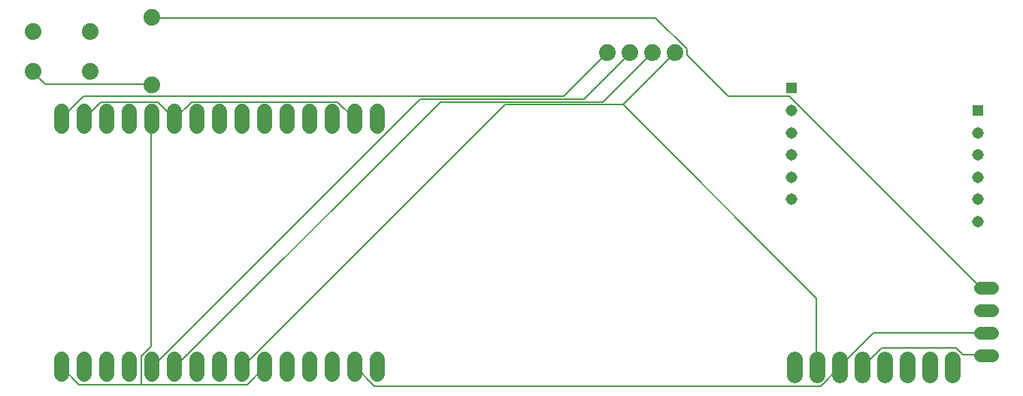
<source format=gbr>
G04 EAGLE Gerber RS-274X export*
G75*
%MOMM*%
%FSLAX34Y34*%
%LPD*%
%INTop Copper*%
%IPPOS*%
%AMOC8*
5,1,8,0,0,1.08239X$1,22.5*%
G01*
%ADD10C,1.422400*%
%ADD11C,1.879600*%
%ADD12C,1.676400*%
%ADD13C,1.308000*%
%ADD14R,1.308000X1.308000*%
%ADD15C,1.778000*%
%ADD16C,0.152400*%


D10*
X1162812Y50800D02*
X1148588Y50800D01*
X1148588Y76200D02*
X1162812Y76200D01*
X1162812Y101600D02*
X1148588Y101600D01*
X1148588Y127000D02*
X1162812Y127000D01*
D11*
X215900Y355600D03*
X215900Y431800D03*
X81788Y416306D03*
X146812Y416306D03*
X81788Y371094D03*
X146812Y371094D03*
D12*
X469900Y325882D02*
X469900Y309118D01*
X444500Y309118D02*
X444500Y325882D01*
X419100Y325882D02*
X419100Y309118D01*
X393700Y309118D02*
X393700Y325882D01*
X368300Y325882D02*
X368300Y309118D01*
X342900Y309118D02*
X342900Y325882D01*
X317500Y325882D02*
X317500Y309118D01*
X292100Y309118D02*
X292100Y325882D01*
X266700Y325882D02*
X266700Y309118D01*
X241300Y309118D02*
X241300Y325882D01*
X215900Y325882D02*
X215900Y309118D01*
X190500Y309118D02*
X190500Y325882D01*
X165100Y325882D02*
X165100Y309118D01*
X139700Y309118D02*
X139700Y325882D01*
X114300Y325882D02*
X114300Y309118D01*
X114300Y46482D02*
X114300Y29718D01*
X139700Y29718D02*
X139700Y46482D01*
X165100Y46482D02*
X165100Y29718D01*
X190500Y29718D02*
X190500Y46482D01*
X215900Y46482D02*
X215900Y29718D01*
X241300Y29718D02*
X241300Y46482D01*
X266700Y46482D02*
X266700Y29718D01*
X292100Y29718D02*
X292100Y46482D01*
X317500Y46482D02*
X317500Y29718D01*
X342900Y29718D02*
X342900Y46482D01*
X368300Y46482D02*
X368300Y29718D01*
X393700Y29718D02*
X393700Y46482D01*
X419100Y46482D02*
X419100Y29718D01*
X444500Y29718D02*
X444500Y46482D01*
X469900Y46482D02*
X469900Y29718D01*
D13*
X1146400Y202100D03*
X1146400Y227100D03*
X1146400Y252100D03*
X1146400Y277100D03*
X1146400Y302100D03*
X936400Y227100D03*
X936400Y252100D03*
X936400Y277100D03*
X936400Y302100D03*
X936400Y327100D03*
D14*
X936400Y352100D03*
X1146400Y327100D03*
D11*
X729300Y392100D03*
X754700Y392100D03*
X780100Y392100D03*
X805500Y392100D03*
D15*
X1016000Y46990D02*
X1016000Y29210D01*
X1041400Y29210D02*
X1041400Y46990D01*
X990600Y46990D02*
X990600Y29210D01*
X965200Y29210D02*
X965200Y46990D01*
X939800Y46990D02*
X939800Y29210D01*
X1066800Y29210D02*
X1066800Y46990D01*
X1092200Y46990D02*
X1092200Y29210D01*
X1117600Y29210D02*
X1117600Y46990D01*
D16*
X158496Y336804D02*
X140208Y318516D01*
X158496Y336804D02*
X222504Y336804D01*
X240792Y318516D01*
X140208Y318516D02*
X139700Y317500D01*
X240792Y318516D02*
X241300Y317500D01*
X425196Y336804D02*
X444500Y317500D01*
X425196Y336804D02*
X260604Y336804D01*
X241300Y317500D01*
X114300Y38100D02*
X134112Y18288D01*
X204216Y18288D02*
X323088Y18288D01*
X204216Y18288D02*
X134112Y18288D01*
X323088Y18288D02*
X342900Y38100D01*
X214884Y60960D02*
X214884Y316992D01*
X214884Y60960D02*
X204216Y50292D01*
X204216Y18288D01*
X214884Y316992D02*
X215900Y317500D01*
X318516Y38100D02*
X614172Y333756D01*
X746760Y333756D01*
X804672Y391668D01*
X318516Y38100D02*
X317500Y38100D01*
X804672Y391668D02*
X805500Y392100D01*
X964692Y115824D02*
X964692Y38100D01*
X964692Y115824D02*
X746760Y333756D01*
X964692Y38100D02*
X965200Y38100D01*
X138684Y342900D02*
X114300Y318516D01*
X138684Y342900D02*
X679704Y342900D01*
X728472Y391668D01*
X114300Y318516D02*
X114300Y317500D01*
X728472Y391668D02*
X729300Y392100D01*
X541020Y336804D02*
X242316Y38100D01*
X541020Y336804D02*
X723900Y336804D01*
X778764Y391668D01*
X242316Y38100D02*
X241300Y38100D01*
X778764Y391668D02*
X780100Y392100D01*
X518160Y339852D02*
X216408Y38100D01*
X518160Y339852D02*
X702564Y339852D01*
X754380Y391668D01*
X216408Y38100D02*
X215900Y38100D01*
X754380Y391668D02*
X754700Y392100D01*
X1028700Y76200D02*
X1155700Y76200D01*
X1028700Y76200D02*
X990600Y38100D01*
X466344Y16764D02*
X445008Y38100D01*
X466344Y16764D02*
X969264Y16764D01*
X990600Y38100D01*
X445008Y38100D02*
X444500Y38100D01*
X1129284Y51816D02*
X1155192Y51816D01*
X1129284Y51816D02*
X1121664Y59436D01*
X1037844Y59436D01*
X1016508Y38100D01*
X1155192Y51816D02*
X1155700Y50800D01*
X1016508Y38100D02*
X1016000Y38100D01*
X214884Y356616D02*
X96012Y356616D01*
X82296Y370332D01*
X214884Y356616D02*
X215900Y355600D01*
X82296Y370332D02*
X81788Y371094D01*
X1149096Y128016D02*
X1155192Y128016D01*
X1149096Y128016D02*
X934212Y342900D01*
X865632Y342900D01*
X818388Y390144D01*
X818388Y396240D01*
X783336Y431292D01*
X216408Y431292D01*
X1155192Y128016D02*
X1155700Y127000D01*
X216408Y431292D02*
X215900Y431800D01*
M02*

</source>
